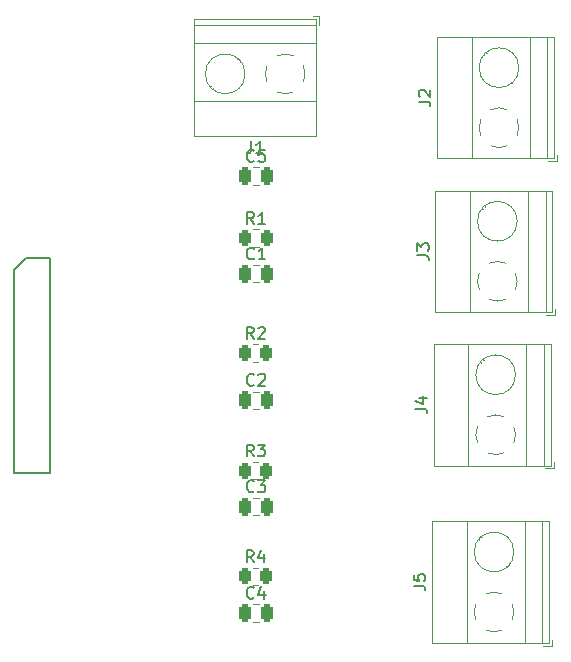
<source format=gbr>
%TF.GenerationSoftware,KiCad,Pcbnew,7.0.5*%
%TF.CreationDate,2024-03-11T15:50:26-06:00*%
%TF.ProjectId,micro-d-tes-aaray,6d696372-6f2d-4642-9d74-65732d616172,rev?*%
%TF.SameCoordinates,Original*%
%TF.FileFunction,Legend,Top*%
%TF.FilePolarity,Positive*%
%FSLAX46Y46*%
G04 Gerber Fmt 4.6, Leading zero omitted, Abs format (unit mm)*
G04 Created by KiCad (PCBNEW 7.0.5) date 2024-03-11 15:50:26*
%MOMM*%
%LPD*%
G01*
G04 APERTURE LIST*
G04 Aperture macros list*
%AMRoundRect*
0 Rectangle with rounded corners*
0 $1 Rounding radius*
0 $2 $3 $4 $5 $6 $7 $8 $9 X,Y pos of 4 corners*
0 Add a 4 corners polygon primitive as box body*
4,1,4,$2,$3,$4,$5,$6,$7,$8,$9,$2,$3,0*
0 Add four circle primitives for the rounded corners*
1,1,$1+$1,$2,$3*
1,1,$1+$1,$4,$5*
1,1,$1+$1,$6,$7*
1,1,$1+$1,$8,$9*
0 Add four rect primitives between the rounded corners*
20,1,$1+$1,$2,$3,$4,$5,0*
20,1,$1+$1,$4,$5,$6,$7,0*
20,1,$1+$1,$6,$7,$8,$9,0*
20,1,$1+$1,$8,$9,$2,$3,0*%
G04 Aperture macros list end*
%ADD10C,0.150000*%
%ADD11C,0.120000*%
%ADD12R,2.600000X2.600000*%
%ADD13C,2.600000*%
%ADD14RoundRect,0.250000X-0.262500X-0.450000X0.262500X-0.450000X0.262500X0.450000X-0.262500X0.450000X0*%
%ADD15RoundRect,0.250000X-0.250000X-0.475000X0.250000X-0.475000X0.250000X0.475000X-0.250000X0.475000X0*%
%ADD16O,0.920000X0.920000*%
G04 APERTURE END LIST*
D10*
%TO.C,J2*%
X55329819Y-24128333D02*
X56044104Y-24128333D01*
X56044104Y-24128333D02*
X56186961Y-24175952D01*
X56186961Y-24175952D02*
X56282200Y-24271190D01*
X56282200Y-24271190D02*
X56329819Y-24414047D01*
X56329819Y-24414047D02*
X56329819Y-24509285D01*
X55425057Y-23699761D02*
X55377438Y-23652142D01*
X55377438Y-23652142D02*
X55329819Y-23556904D01*
X55329819Y-23556904D02*
X55329819Y-23318809D01*
X55329819Y-23318809D02*
X55377438Y-23223571D01*
X55377438Y-23223571D02*
X55425057Y-23175952D01*
X55425057Y-23175952D02*
X55520295Y-23128333D01*
X55520295Y-23128333D02*
X55615533Y-23128333D01*
X55615533Y-23128333D02*
X55758390Y-23175952D01*
X55758390Y-23175952D02*
X56329819Y-23747380D01*
X56329819Y-23747380D02*
X56329819Y-23128333D01*
%TO.C,J4*%
X55049819Y-50128333D02*
X55764104Y-50128333D01*
X55764104Y-50128333D02*
X55906961Y-50175952D01*
X55906961Y-50175952D02*
X56002200Y-50271190D01*
X56002200Y-50271190D02*
X56049819Y-50414047D01*
X56049819Y-50414047D02*
X56049819Y-50509285D01*
X55383152Y-49223571D02*
X56049819Y-49223571D01*
X55002200Y-49461666D02*
X55716485Y-49699761D01*
X55716485Y-49699761D02*
X55716485Y-49080714D01*
%TO.C,R2*%
X41358333Y-44219819D02*
X41025000Y-43743628D01*
X40786905Y-44219819D02*
X40786905Y-43219819D01*
X40786905Y-43219819D02*
X41167857Y-43219819D01*
X41167857Y-43219819D02*
X41263095Y-43267438D01*
X41263095Y-43267438D02*
X41310714Y-43315057D01*
X41310714Y-43315057D02*
X41358333Y-43410295D01*
X41358333Y-43410295D02*
X41358333Y-43553152D01*
X41358333Y-43553152D02*
X41310714Y-43648390D01*
X41310714Y-43648390D02*
X41263095Y-43696009D01*
X41263095Y-43696009D02*
X41167857Y-43743628D01*
X41167857Y-43743628D02*
X40786905Y-43743628D01*
X41739286Y-43315057D02*
X41786905Y-43267438D01*
X41786905Y-43267438D02*
X41882143Y-43219819D01*
X41882143Y-43219819D02*
X42120238Y-43219819D01*
X42120238Y-43219819D02*
X42215476Y-43267438D01*
X42215476Y-43267438D02*
X42263095Y-43315057D01*
X42263095Y-43315057D02*
X42310714Y-43410295D01*
X42310714Y-43410295D02*
X42310714Y-43505533D01*
X42310714Y-43505533D02*
X42263095Y-43648390D01*
X42263095Y-43648390D02*
X41691667Y-44219819D01*
X41691667Y-44219819D02*
X42310714Y-44219819D01*
%TO.C,C4*%
X41378333Y-66104580D02*
X41330714Y-66152200D01*
X41330714Y-66152200D02*
X41187857Y-66199819D01*
X41187857Y-66199819D02*
X41092619Y-66199819D01*
X41092619Y-66199819D02*
X40949762Y-66152200D01*
X40949762Y-66152200D02*
X40854524Y-66056961D01*
X40854524Y-66056961D02*
X40806905Y-65961723D01*
X40806905Y-65961723D02*
X40759286Y-65771247D01*
X40759286Y-65771247D02*
X40759286Y-65628390D01*
X40759286Y-65628390D02*
X40806905Y-65437914D01*
X40806905Y-65437914D02*
X40854524Y-65342676D01*
X40854524Y-65342676D02*
X40949762Y-65247438D01*
X40949762Y-65247438D02*
X41092619Y-65199819D01*
X41092619Y-65199819D02*
X41187857Y-65199819D01*
X41187857Y-65199819D02*
X41330714Y-65247438D01*
X41330714Y-65247438D02*
X41378333Y-65295057D01*
X42235476Y-65533152D02*
X42235476Y-66199819D01*
X41997381Y-65152200D02*
X41759286Y-65866485D01*
X41759286Y-65866485D02*
X42378333Y-65866485D01*
%TO.C,J3*%
X55189819Y-37128333D02*
X55904104Y-37128333D01*
X55904104Y-37128333D02*
X56046961Y-37175952D01*
X56046961Y-37175952D02*
X56142200Y-37271190D01*
X56142200Y-37271190D02*
X56189819Y-37414047D01*
X56189819Y-37414047D02*
X56189819Y-37509285D01*
X55189819Y-36747380D02*
X55189819Y-36128333D01*
X55189819Y-36128333D02*
X55570771Y-36461666D01*
X55570771Y-36461666D02*
X55570771Y-36318809D01*
X55570771Y-36318809D02*
X55618390Y-36223571D01*
X55618390Y-36223571D02*
X55666009Y-36175952D01*
X55666009Y-36175952D02*
X55761247Y-36128333D01*
X55761247Y-36128333D02*
X55999342Y-36128333D01*
X55999342Y-36128333D02*
X56094580Y-36175952D01*
X56094580Y-36175952D02*
X56142200Y-36223571D01*
X56142200Y-36223571D02*
X56189819Y-36318809D01*
X56189819Y-36318809D02*
X56189819Y-36604523D01*
X56189819Y-36604523D02*
X56142200Y-36699761D01*
X56142200Y-36699761D02*
X56094580Y-36747380D01*
%TO.C,J1*%
X41161666Y-27489819D02*
X41161666Y-28204104D01*
X41161666Y-28204104D02*
X41114047Y-28346961D01*
X41114047Y-28346961D02*
X41018809Y-28442200D01*
X41018809Y-28442200D02*
X40875952Y-28489819D01*
X40875952Y-28489819D02*
X40780714Y-28489819D01*
X42161666Y-28489819D02*
X41590238Y-28489819D01*
X41875952Y-28489819D02*
X41875952Y-27489819D01*
X41875952Y-27489819D02*
X41780714Y-27632676D01*
X41780714Y-27632676D02*
X41685476Y-27727914D01*
X41685476Y-27727914D02*
X41590238Y-27775533D01*
%TO.C,R3*%
X41358333Y-54169819D02*
X41025000Y-53693628D01*
X40786905Y-54169819D02*
X40786905Y-53169819D01*
X40786905Y-53169819D02*
X41167857Y-53169819D01*
X41167857Y-53169819D02*
X41263095Y-53217438D01*
X41263095Y-53217438D02*
X41310714Y-53265057D01*
X41310714Y-53265057D02*
X41358333Y-53360295D01*
X41358333Y-53360295D02*
X41358333Y-53503152D01*
X41358333Y-53503152D02*
X41310714Y-53598390D01*
X41310714Y-53598390D02*
X41263095Y-53646009D01*
X41263095Y-53646009D02*
X41167857Y-53693628D01*
X41167857Y-53693628D02*
X40786905Y-53693628D01*
X41691667Y-53169819D02*
X42310714Y-53169819D01*
X42310714Y-53169819D02*
X41977381Y-53550771D01*
X41977381Y-53550771D02*
X42120238Y-53550771D01*
X42120238Y-53550771D02*
X42215476Y-53598390D01*
X42215476Y-53598390D02*
X42263095Y-53646009D01*
X42263095Y-53646009D02*
X42310714Y-53741247D01*
X42310714Y-53741247D02*
X42310714Y-53979342D01*
X42310714Y-53979342D02*
X42263095Y-54074580D01*
X42263095Y-54074580D02*
X42215476Y-54122200D01*
X42215476Y-54122200D02*
X42120238Y-54169819D01*
X42120238Y-54169819D02*
X41834524Y-54169819D01*
X41834524Y-54169819D02*
X41739286Y-54122200D01*
X41739286Y-54122200D02*
X41691667Y-54074580D01*
%TO.C,R4*%
X41358333Y-63119819D02*
X41025000Y-62643628D01*
X40786905Y-63119819D02*
X40786905Y-62119819D01*
X40786905Y-62119819D02*
X41167857Y-62119819D01*
X41167857Y-62119819D02*
X41263095Y-62167438D01*
X41263095Y-62167438D02*
X41310714Y-62215057D01*
X41310714Y-62215057D02*
X41358333Y-62310295D01*
X41358333Y-62310295D02*
X41358333Y-62453152D01*
X41358333Y-62453152D02*
X41310714Y-62548390D01*
X41310714Y-62548390D02*
X41263095Y-62596009D01*
X41263095Y-62596009D02*
X41167857Y-62643628D01*
X41167857Y-62643628D02*
X40786905Y-62643628D01*
X42215476Y-62453152D02*
X42215476Y-63119819D01*
X41977381Y-62072200D02*
X41739286Y-62786485D01*
X41739286Y-62786485D02*
X42358333Y-62786485D01*
%TO.C,C1*%
X41408333Y-37384580D02*
X41360714Y-37432200D01*
X41360714Y-37432200D02*
X41217857Y-37479819D01*
X41217857Y-37479819D02*
X41122619Y-37479819D01*
X41122619Y-37479819D02*
X40979762Y-37432200D01*
X40979762Y-37432200D02*
X40884524Y-37336961D01*
X40884524Y-37336961D02*
X40836905Y-37241723D01*
X40836905Y-37241723D02*
X40789286Y-37051247D01*
X40789286Y-37051247D02*
X40789286Y-36908390D01*
X40789286Y-36908390D02*
X40836905Y-36717914D01*
X40836905Y-36717914D02*
X40884524Y-36622676D01*
X40884524Y-36622676D02*
X40979762Y-36527438D01*
X40979762Y-36527438D02*
X41122619Y-36479819D01*
X41122619Y-36479819D02*
X41217857Y-36479819D01*
X41217857Y-36479819D02*
X41360714Y-36527438D01*
X41360714Y-36527438D02*
X41408333Y-36575057D01*
X42360714Y-37479819D02*
X41789286Y-37479819D01*
X42075000Y-37479819D02*
X42075000Y-36479819D01*
X42075000Y-36479819D02*
X41979762Y-36622676D01*
X41979762Y-36622676D02*
X41884524Y-36717914D01*
X41884524Y-36717914D02*
X41789286Y-36765533D01*
%TO.C,J5*%
X54909819Y-65128333D02*
X55624104Y-65128333D01*
X55624104Y-65128333D02*
X55766961Y-65175952D01*
X55766961Y-65175952D02*
X55862200Y-65271190D01*
X55862200Y-65271190D02*
X55909819Y-65414047D01*
X55909819Y-65414047D02*
X55909819Y-65509285D01*
X54909819Y-64175952D02*
X54909819Y-64652142D01*
X54909819Y-64652142D02*
X55386009Y-64699761D01*
X55386009Y-64699761D02*
X55338390Y-64652142D01*
X55338390Y-64652142D02*
X55290771Y-64556904D01*
X55290771Y-64556904D02*
X55290771Y-64318809D01*
X55290771Y-64318809D02*
X55338390Y-64223571D01*
X55338390Y-64223571D02*
X55386009Y-64175952D01*
X55386009Y-64175952D02*
X55481247Y-64128333D01*
X55481247Y-64128333D02*
X55719342Y-64128333D01*
X55719342Y-64128333D02*
X55814580Y-64175952D01*
X55814580Y-64175952D02*
X55862200Y-64223571D01*
X55862200Y-64223571D02*
X55909819Y-64318809D01*
X55909819Y-64318809D02*
X55909819Y-64556904D01*
X55909819Y-64556904D02*
X55862200Y-64652142D01*
X55862200Y-64652142D02*
X55814580Y-64699761D01*
%TO.C,C3*%
X41378333Y-57094580D02*
X41330714Y-57142200D01*
X41330714Y-57142200D02*
X41187857Y-57189819D01*
X41187857Y-57189819D02*
X41092619Y-57189819D01*
X41092619Y-57189819D02*
X40949762Y-57142200D01*
X40949762Y-57142200D02*
X40854524Y-57046961D01*
X40854524Y-57046961D02*
X40806905Y-56951723D01*
X40806905Y-56951723D02*
X40759286Y-56761247D01*
X40759286Y-56761247D02*
X40759286Y-56618390D01*
X40759286Y-56618390D02*
X40806905Y-56427914D01*
X40806905Y-56427914D02*
X40854524Y-56332676D01*
X40854524Y-56332676D02*
X40949762Y-56237438D01*
X40949762Y-56237438D02*
X41092619Y-56189819D01*
X41092619Y-56189819D02*
X41187857Y-56189819D01*
X41187857Y-56189819D02*
X41330714Y-56237438D01*
X41330714Y-56237438D02*
X41378333Y-56285057D01*
X41711667Y-56189819D02*
X42330714Y-56189819D01*
X42330714Y-56189819D02*
X41997381Y-56570771D01*
X41997381Y-56570771D02*
X42140238Y-56570771D01*
X42140238Y-56570771D02*
X42235476Y-56618390D01*
X42235476Y-56618390D02*
X42283095Y-56666009D01*
X42283095Y-56666009D02*
X42330714Y-56761247D01*
X42330714Y-56761247D02*
X42330714Y-56999342D01*
X42330714Y-56999342D02*
X42283095Y-57094580D01*
X42283095Y-57094580D02*
X42235476Y-57142200D01*
X42235476Y-57142200D02*
X42140238Y-57189819D01*
X42140238Y-57189819D02*
X41854524Y-57189819D01*
X41854524Y-57189819D02*
X41759286Y-57142200D01*
X41759286Y-57142200D02*
X41711667Y-57094580D01*
%TO.C,C5*%
X41378333Y-29114580D02*
X41330714Y-29162200D01*
X41330714Y-29162200D02*
X41187857Y-29209819D01*
X41187857Y-29209819D02*
X41092619Y-29209819D01*
X41092619Y-29209819D02*
X40949762Y-29162200D01*
X40949762Y-29162200D02*
X40854524Y-29066961D01*
X40854524Y-29066961D02*
X40806905Y-28971723D01*
X40806905Y-28971723D02*
X40759286Y-28781247D01*
X40759286Y-28781247D02*
X40759286Y-28638390D01*
X40759286Y-28638390D02*
X40806905Y-28447914D01*
X40806905Y-28447914D02*
X40854524Y-28352676D01*
X40854524Y-28352676D02*
X40949762Y-28257438D01*
X40949762Y-28257438D02*
X41092619Y-28209819D01*
X41092619Y-28209819D02*
X41187857Y-28209819D01*
X41187857Y-28209819D02*
X41330714Y-28257438D01*
X41330714Y-28257438D02*
X41378333Y-28305057D01*
X42283095Y-28209819D02*
X41806905Y-28209819D01*
X41806905Y-28209819D02*
X41759286Y-28686009D01*
X41759286Y-28686009D02*
X41806905Y-28638390D01*
X41806905Y-28638390D02*
X41902143Y-28590771D01*
X41902143Y-28590771D02*
X42140238Y-28590771D01*
X42140238Y-28590771D02*
X42235476Y-28638390D01*
X42235476Y-28638390D02*
X42283095Y-28686009D01*
X42283095Y-28686009D02*
X42330714Y-28781247D01*
X42330714Y-28781247D02*
X42330714Y-29019342D01*
X42330714Y-29019342D02*
X42283095Y-29114580D01*
X42283095Y-29114580D02*
X42235476Y-29162200D01*
X42235476Y-29162200D02*
X42140238Y-29209819D01*
X42140238Y-29209819D02*
X41902143Y-29209819D01*
X41902143Y-29209819D02*
X41806905Y-29162200D01*
X41806905Y-29162200D02*
X41759286Y-29114580D01*
%TO.C,C2*%
X41378333Y-48084580D02*
X41330714Y-48132200D01*
X41330714Y-48132200D02*
X41187857Y-48179819D01*
X41187857Y-48179819D02*
X41092619Y-48179819D01*
X41092619Y-48179819D02*
X40949762Y-48132200D01*
X40949762Y-48132200D02*
X40854524Y-48036961D01*
X40854524Y-48036961D02*
X40806905Y-47941723D01*
X40806905Y-47941723D02*
X40759286Y-47751247D01*
X40759286Y-47751247D02*
X40759286Y-47608390D01*
X40759286Y-47608390D02*
X40806905Y-47417914D01*
X40806905Y-47417914D02*
X40854524Y-47322676D01*
X40854524Y-47322676D02*
X40949762Y-47227438D01*
X40949762Y-47227438D02*
X41092619Y-47179819D01*
X41092619Y-47179819D02*
X41187857Y-47179819D01*
X41187857Y-47179819D02*
X41330714Y-47227438D01*
X41330714Y-47227438D02*
X41378333Y-47275057D01*
X41759286Y-47275057D02*
X41806905Y-47227438D01*
X41806905Y-47227438D02*
X41902143Y-47179819D01*
X41902143Y-47179819D02*
X42140238Y-47179819D01*
X42140238Y-47179819D02*
X42235476Y-47227438D01*
X42235476Y-47227438D02*
X42283095Y-47275057D01*
X42283095Y-47275057D02*
X42330714Y-47370295D01*
X42330714Y-47370295D02*
X42330714Y-47465533D01*
X42330714Y-47465533D02*
X42283095Y-47608390D01*
X42283095Y-47608390D02*
X41711667Y-48179819D01*
X41711667Y-48179819D02*
X42330714Y-48179819D01*
%TO.C,R1*%
X41388333Y-34489819D02*
X41055000Y-34013628D01*
X40816905Y-34489819D02*
X40816905Y-33489819D01*
X40816905Y-33489819D02*
X41197857Y-33489819D01*
X41197857Y-33489819D02*
X41293095Y-33537438D01*
X41293095Y-33537438D02*
X41340714Y-33585057D01*
X41340714Y-33585057D02*
X41388333Y-33680295D01*
X41388333Y-33680295D02*
X41388333Y-33823152D01*
X41388333Y-33823152D02*
X41340714Y-33918390D01*
X41340714Y-33918390D02*
X41293095Y-33966009D01*
X41293095Y-33966009D02*
X41197857Y-34013628D01*
X41197857Y-34013628D02*
X40816905Y-34013628D01*
X42340714Y-34489819D02*
X41769286Y-34489819D01*
X42055000Y-34489819D02*
X42055000Y-33489819D01*
X42055000Y-33489819D02*
X41959762Y-33632676D01*
X41959762Y-33632676D02*
X41864524Y-33727914D01*
X41864524Y-33727914D02*
X41769286Y-33775533D01*
D11*
%TO.C,J2*%
X66295000Y-29175000D02*
X67035000Y-29175000D01*
X67035000Y-29175000D02*
X67035000Y-28675000D01*
X56874000Y-28935000D02*
X66795000Y-28935000D01*
X56874000Y-28935000D02*
X56874000Y-18655000D01*
X59834000Y-28935000D02*
X59834000Y-18655000D01*
X64735000Y-28935000D02*
X64735000Y-18655000D01*
X66235000Y-28935000D02*
X66235000Y-18655000D01*
X66795000Y-28935000D02*
X66795000Y-18655000D01*
X63158000Y-22482000D02*
X63204000Y-22529000D01*
X63374000Y-22289000D02*
X63409000Y-22324000D01*
X60860000Y-20185000D02*
X60896000Y-20220000D01*
X61066000Y-19980000D02*
X61112000Y-20027000D01*
X56874000Y-18655000D02*
X66795000Y-18655000D01*
X61451001Y-27869999D02*
G75*
G03*
X62818042Y-27870426I684000J1534992D01*
G01*
X60600001Y-25651001D02*
G75*
G03*
X60599574Y-27018042I1534992J-684000D01*
G01*
X63669999Y-27019000D02*
G75*
G03*
X63815252Y-26306195I-1535000J683999D01*
G01*
X63814999Y-26335000D02*
G75*
G03*
X63669755Y-25651682I-1679999J0D01*
G01*
X62819000Y-24800000D02*
G75*
G03*
X61451958Y-24799574I-684000J-1535000D01*
G01*
X63815000Y-21255000D02*
G75*
G03*
X63815000Y-21255000I-1680000J0D01*
G01*
%TO.C,J4*%
X66015000Y-55175000D02*
X66755000Y-55175000D01*
X66755000Y-55175000D02*
X66755000Y-54675000D01*
X56594000Y-54935000D02*
X66515000Y-54935000D01*
X56594000Y-54935000D02*
X56594000Y-44655000D01*
X59554000Y-54935000D02*
X59554000Y-44655000D01*
X64455000Y-54935000D02*
X64455000Y-44655000D01*
X65955000Y-54935000D02*
X65955000Y-44655000D01*
X66515000Y-54935000D02*
X66515000Y-44655000D01*
X62878000Y-48482000D02*
X62924000Y-48529000D01*
X63094000Y-48289000D02*
X63129000Y-48324000D01*
X60580000Y-46185000D02*
X60616000Y-46220000D01*
X60786000Y-45980000D02*
X60832000Y-46027000D01*
X56594000Y-44655000D02*
X66515000Y-44655000D01*
X61171001Y-53869999D02*
G75*
G03*
X62538042Y-53870426I684000J1534992D01*
G01*
X60320001Y-51651001D02*
G75*
G03*
X60319574Y-53018042I1534992J-684000D01*
G01*
X63389999Y-53019000D02*
G75*
G03*
X63535252Y-52306195I-1535000J683999D01*
G01*
X63534999Y-52335000D02*
G75*
G03*
X63389755Y-51651682I-1679999J0D01*
G01*
X62539000Y-50800000D02*
G75*
G03*
X61171958Y-50799574I-684000J-1535000D01*
G01*
X63535000Y-47255000D02*
G75*
G03*
X63535000Y-47255000I-1680000J0D01*
G01*
%TO.C,R2*%
X41297936Y-44680000D02*
X41752064Y-44680000D01*
X41297936Y-46150000D02*
X41752064Y-46150000D01*
%TO.C,C4*%
X41283748Y-66690000D02*
X41806252Y-66690000D01*
X41283748Y-68160000D02*
X41806252Y-68160000D01*
%TO.C,J3*%
X66155000Y-42175000D02*
X66895000Y-42175000D01*
X66895000Y-42175000D02*
X66895000Y-41675000D01*
X56734000Y-41935000D02*
X66655000Y-41935000D01*
X56734000Y-41935000D02*
X56734000Y-31655000D01*
X59694000Y-41935000D02*
X59694000Y-31655000D01*
X64595000Y-41935000D02*
X64595000Y-31655000D01*
X66095000Y-41935000D02*
X66095000Y-31655000D01*
X66655000Y-41935000D02*
X66655000Y-31655000D01*
X63018000Y-35482000D02*
X63064000Y-35529000D01*
X63234000Y-35289000D02*
X63269000Y-35324000D01*
X60720000Y-33185000D02*
X60756000Y-33220000D01*
X60926000Y-32980000D02*
X60972000Y-33027000D01*
X56734000Y-31655000D02*
X66655000Y-31655000D01*
X61311001Y-40869999D02*
G75*
G03*
X62678042Y-40870426I684000J1534992D01*
G01*
X60460001Y-38651001D02*
G75*
G03*
X60459574Y-40018042I1534992J-684000D01*
G01*
X63529999Y-40019000D02*
G75*
G03*
X63675252Y-39306195I-1535000J683999D01*
G01*
X63674999Y-39335000D02*
G75*
G03*
X63529755Y-38651682I-1679999J0D01*
G01*
X62679000Y-37800000D02*
G75*
G03*
X61311958Y-37799574I-684000J-1535000D01*
G01*
X63675000Y-34255000D02*
G75*
G03*
X63675000Y-34255000I-1680000J0D01*
G01*
%TO.C,J1*%
X46875000Y-17615000D02*
X46875000Y-16875000D01*
X46875000Y-16875000D02*
X46375000Y-16875000D01*
X46635000Y-27036000D02*
X46635000Y-17115000D01*
X46635000Y-27036000D02*
X36355000Y-27036000D01*
X46635000Y-24076000D02*
X36355000Y-24076000D01*
X46635000Y-19175000D02*
X36355000Y-19175000D01*
X46635000Y-17675000D02*
X36355000Y-17675000D01*
X46635000Y-17115000D02*
X36355000Y-17115000D01*
X40182000Y-20752000D02*
X40229000Y-20706000D01*
X39989000Y-20536000D02*
X40024000Y-20501000D01*
X37885000Y-23050000D02*
X37920000Y-23014000D01*
X37680000Y-22844000D02*
X37727000Y-22798000D01*
X36355000Y-27036000D02*
X36355000Y-17115000D01*
X45569999Y-22458999D02*
G75*
G03*
X45570426Y-21091958I-1534992J684000D01*
G01*
X43351001Y-23309999D02*
G75*
G03*
X44718042Y-23310426I684000J1534992D01*
G01*
X44719000Y-20240001D02*
G75*
G03*
X44006195Y-20094748I-683999J-1535000D01*
G01*
X44035000Y-20095001D02*
G75*
G03*
X43351682Y-20240245I0J-1679999D01*
G01*
X42500000Y-21091000D02*
G75*
G03*
X42499574Y-22458042I1535000J-684000D01*
G01*
X40635000Y-21775000D02*
G75*
G03*
X40635000Y-21775000I-1680000J0D01*
G01*
%TO.C,R3*%
X41297936Y-54630000D02*
X41752064Y-54630000D01*
X41297936Y-56100000D02*
X41752064Y-56100000D01*
%TO.C,R4*%
X41297936Y-63580000D02*
X41752064Y-63580000D01*
X41297936Y-65050000D02*
X41752064Y-65050000D01*
%TO.C,C1*%
X41313748Y-37970000D02*
X41836252Y-37970000D01*
X41313748Y-39440000D02*
X41836252Y-39440000D01*
%TO.C,J5*%
X65875000Y-70175000D02*
X66615000Y-70175000D01*
X66615000Y-70175000D02*
X66615000Y-69675000D01*
X56454000Y-69935000D02*
X66375000Y-69935000D01*
X56454000Y-69935000D02*
X56454000Y-59655000D01*
X59414000Y-69935000D02*
X59414000Y-59655000D01*
X64315000Y-69935000D02*
X64315000Y-59655000D01*
X65815000Y-69935000D02*
X65815000Y-59655000D01*
X66375000Y-69935000D02*
X66375000Y-59655000D01*
X62738000Y-63482000D02*
X62784000Y-63529000D01*
X62954000Y-63289000D02*
X62989000Y-63324000D01*
X60440000Y-61185000D02*
X60476000Y-61220000D01*
X60646000Y-60980000D02*
X60692000Y-61027000D01*
X56454000Y-59655000D02*
X66375000Y-59655000D01*
X61031001Y-68869999D02*
G75*
G03*
X62398042Y-68870426I684000J1534992D01*
G01*
X60180001Y-66651001D02*
G75*
G03*
X60179574Y-68018042I1534992J-684000D01*
G01*
X63249999Y-68019000D02*
G75*
G03*
X63395252Y-67306195I-1535000J683999D01*
G01*
X63394999Y-67335000D02*
G75*
G03*
X63249755Y-66651682I-1679999J0D01*
G01*
X62399000Y-65800000D02*
G75*
G03*
X61031958Y-65799574I-684000J-1535000D01*
G01*
X63395000Y-62255000D02*
G75*
G03*
X63395000Y-62255000I-1680000J0D01*
G01*
%TO.C,C3*%
X41283748Y-57680000D02*
X41806252Y-57680000D01*
X41283748Y-59150000D02*
X41806252Y-59150000D01*
%TO.C,C5*%
X41283748Y-29700000D02*
X41806252Y-29700000D01*
X41283748Y-31170000D02*
X41806252Y-31170000D01*
%TO.C,C2*%
X41283748Y-48670000D02*
X41806252Y-48670000D01*
X41283748Y-50140000D02*
X41806252Y-50140000D01*
%TO.C,R1*%
X41327936Y-34950000D02*
X41782064Y-34950000D01*
X41327936Y-36420000D02*
X41782064Y-36420000D01*
D10*
%TO.C,J26*%
X24135500Y-37370000D02*
X24135500Y-55530000D01*
X22115500Y-37370000D02*
X24135500Y-37370000D01*
X21115500Y-38370000D02*
X22115500Y-37370000D01*
X24135500Y-55530000D02*
X21115500Y-55530000D01*
X21115500Y-55530000D02*
X21115500Y-38370000D01*
%TD*%
%LPC*%
D12*
%TO.C,J2*%
X62135000Y-26335000D03*
D13*
X62135000Y-21255000D03*
%TD*%
D12*
%TO.C,J4*%
X61855000Y-52335000D03*
D13*
X61855000Y-47255000D03*
%TD*%
D14*
%TO.C,R2*%
X40612500Y-45415000D03*
X42437500Y-45415000D03*
%TD*%
D15*
%TO.C,C4*%
X40595000Y-67425000D03*
X42495000Y-67425000D03*
%TD*%
D12*
%TO.C,J3*%
X61995000Y-39335000D03*
D13*
X61995000Y-34255000D03*
%TD*%
D12*
%TO.C,J1*%
X44035000Y-21775000D03*
D13*
X38955000Y-21775000D03*
%TD*%
D14*
%TO.C,R3*%
X40612500Y-55365000D03*
X42437500Y-55365000D03*
%TD*%
%TO.C,R4*%
X40612500Y-64315000D03*
X42437500Y-64315000D03*
%TD*%
D15*
%TO.C,C1*%
X40625000Y-38705000D03*
X42525000Y-38705000D03*
%TD*%
D12*
%TO.C,J5*%
X61715000Y-67335000D03*
D13*
X61715000Y-62255000D03*
%TD*%
D15*
%TO.C,C3*%
X40595000Y-58415000D03*
X42495000Y-58415000D03*
%TD*%
%TO.C,C5*%
X40595000Y-30435000D03*
X42495000Y-30435000D03*
%TD*%
%TO.C,C2*%
X40595000Y-49405000D03*
X42495000Y-49405000D03*
%TD*%
D14*
%TO.C,R1*%
X40642500Y-35685000D03*
X42467500Y-35685000D03*
%TD*%
D16*
%TO.C,J26*%
X22075500Y-38830000D03*
X22075500Y-40100000D03*
X22075500Y-41370000D03*
X22075500Y-42640000D03*
X22075500Y-43910000D03*
X22075500Y-45180000D03*
X22075500Y-46450000D03*
X22075500Y-47720000D03*
X22075500Y-48990000D03*
X22075500Y-50260000D03*
X22075500Y-51530000D03*
X22075500Y-52800000D03*
X22075500Y-54070000D03*
X23175500Y-39465000D03*
X23175500Y-40735000D03*
X23175500Y-42005000D03*
X23175500Y-43275000D03*
X23175500Y-44545000D03*
X23175500Y-45815000D03*
X23175500Y-47085000D03*
X23175500Y-48355000D03*
X23175500Y-49625000D03*
X23175500Y-50895000D03*
X23175500Y-52165000D03*
X23175500Y-53435000D03*
%TD*%
%LPD*%
M02*

</source>
